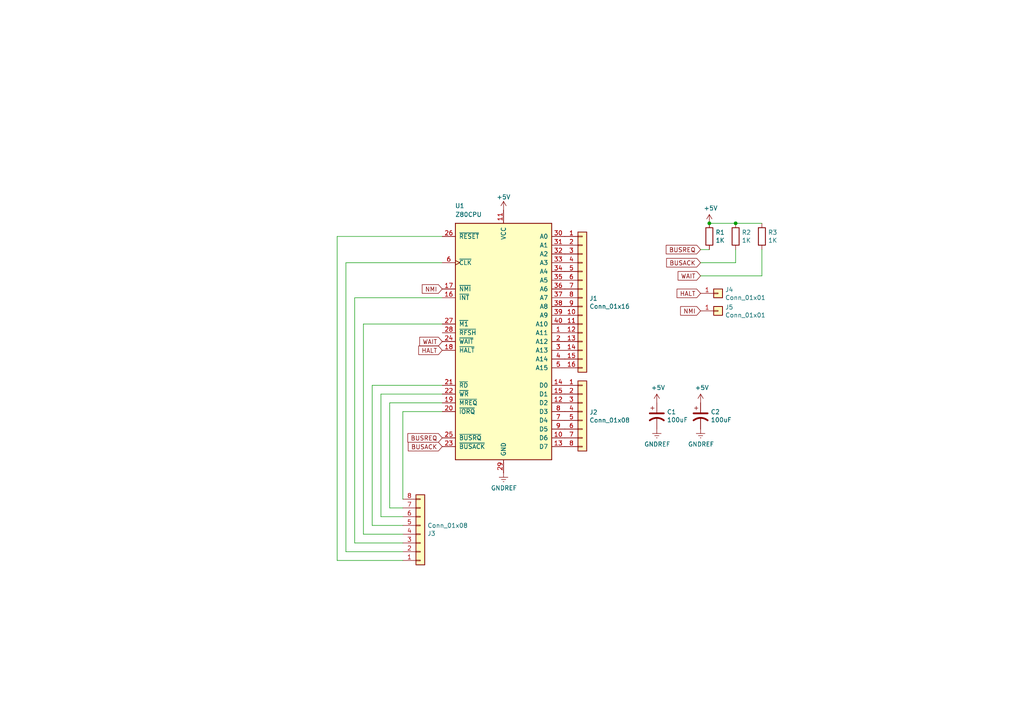
<source format=kicad_sch>
(kicad_sch (version 20230121) (generator eeschema)
  (paper "A4")
  (lib_symbols
    (symbol "CPU Module-rescue:CP1-Device" (pin_numbers hide) (pin_names (offset 0.254) hide)
      (property "Reference" "C" (at 0.635 2.54 0))
      (property "Value" "Device_CP1" (at 0.635 -2.54 0))
      (symbol "CP1-Device_0_1"
        (polyline (pts (xy -2.032 0.762) (xy 2.032 0.762)) (stroke (width 0.508)))
        (polyline (pts (xy -1.778 2.286) (xy -0.762 2.286)))
        (polyline (pts (xy -1.27 1.778) (xy -1.27 2.794)))
        (arc (start 2.032 -1.27) (mid 0 -0.5572) (end -2.032 -1.27) (stroke (width 0.508)))
      )
      (symbol "CP1-Device_1_1"
        (pin passive line (at 0 3.81 270) (length 2.794) (name "~") (number "1"))
        (pin passive line (at 0 -3.81 90) (length 3.302) (name "~") (number "2"))
      )
    )
    (symbol "CPU:Z80CPU" (pin_names (offset 1.016))
      (property "Reference" "U" (at -13.97 35.56 0))
      (property "Value" "Z80CPU" (at 6.35 35.56 0))
      (symbol "Z80CPU_0_1"
        (rectangle (start -13.97 34.29) (end 13.97 -34.29) (stroke (width 0.254)) (fill (type background)))
      )
      (symbol "Z80CPU_1_1"
        (pin output line (at 17.78 2.54 180) (length 3.81) (name "A11") (number "1"))
        (pin bidirectional line (at 17.78 -27.94 180) (length 3.81) (name "D6") (number "10"))
        (pin power_in line (at 0 38.1 270) (length 3.81) (name "VCC") (number "11"))
        (pin bidirectional line (at 17.78 -17.78 180) (length 3.81) (name "D2") (number "12"))
        (pin bidirectional line (at 17.78 -30.48 180) (length 3.81) (name "D7") (number "13"))
        (pin bidirectional line (at 17.78 -12.7 180) (length 3.81) (name "D0") (number "14"))
        (pin bidirectional line (at 17.78 -15.24 180) (length 3.81) (name "D1") (number "15"))
        (pin input line (at -17.78 12.7 0) (length 3.81) (name "~{INT}") (number "16"))
        (pin input line (at -17.78 15.24 0) (length 3.81) (name "~{NMI}") (number "17"))
        (pin output line (at -17.78 -2.54 0) (length 3.81) (name "~{HALT}") (number "18"))
        (pin output line (at -17.78 -17.78 0) (length 3.81) (name "~{MREQ}") (number "19"))
        (pin output line (at 17.78 0 180) (length 3.81) (name "A12") (number "2"))
        (pin output line (at -17.78 -20.32 0) (length 3.81) (name "~{IORQ}") (number "20"))
        (pin output line (at -17.78 -12.7 0) (length 3.81) (name "~{RD}") (number "21"))
        (pin output line (at -17.78 -15.24 0) (length 3.81) (name "~{WR}") (number "22"))
        (pin output line (at -17.78 -30.48 0) (length 3.81) (name "~{BUSACK}") (number "23"))
        (pin input line (at -17.78 0 0) (length 3.81) (name "~{WAIT}") (number "24"))
        (pin input line (at -17.78 -27.94 0) (length 3.81) (name "~{BUSRQ}") (number "25"))
        (pin input line (at -17.78 30.48 0) (length 3.81) (name "~{RESET}") (number "26"))
        (pin output line (at -17.78 5.08 0) (length 3.81) (name "~{M1}") (number "27"))
        (pin output line (at -17.78 2.54 0) (length 3.81) (name "~{RFSH}") (number "28"))
        (pin power_in line (at 0 -38.1 90) (length 3.81) (name "GND") (number "29"))
        (pin output line (at 17.78 -2.54 180) (length 3.81) (name "A13") (number "3"))
        (pin output line (at 17.78 30.48 180) (length 3.81) (name "A0") (number "30"))
        (pin output line (at 17.78 27.94 180) (length 3.81) (name "A1") (number "31"))
        (pin output line (at 17.78 25.4 180) (length 3.81) (name "A2") (number "32"))
        (pin output line (at 17.78 22.86 180) (length 3.81) (name "A3") (number "33"))
        (pin output line (at 17.78 20.32 180) (length 3.81) (name "A4") (number "34"))
        (pin output line (at 17.78 17.78 180) (length 3.81) (name "A5") (number "35"))
        (pin output line (at 17.78 15.24 180) (length 3.81) (name "A6") (number "36"))
        (pin output line (at 17.78 12.7 180) (length 3.81) (name "A7") (number "37"))
        (pin output line (at 17.78 10.16 180) (length 3.81) (name "A8") (number "38"))
        (pin output line (at 17.78 7.62 180) (length 3.81) (name "A9") (number "39"))
        (pin output line (at 17.78 -5.08 180) (length 3.81) (name "A14") (number "4"))
        (pin output line (at 17.78 5.08 180) (length 3.81) (name "A10") (number "40"))
        (pin output line (at 17.78 -7.62 180) (length 3.81) (name "A15") (number "5"))
        (pin input clock (at -17.78 22.86 0) (length 3.81) (name "~{CLK}") (number "6"))
        (pin bidirectional line (at 17.78 -22.86 180) (length 3.81) (name "D4") (number "7"))
        (pin bidirectional line (at 17.78 -20.32 180) (length 3.81) (name "D3") (number "8"))
        (pin bidirectional line (at 17.78 -25.4 180) (length 3.81) (name "D5") (number "9"))
      )
    )
    (symbol "Connector_Generic:Conn_01x01" (pin_names (offset 1.016) hide)
      (property "Reference" "J" (at 0 2.54 0))
      (property "Value" "Conn_01x01" (at 0 -2.54 0))
      (symbol "Conn_01x01_1_1"
        (rectangle (start -1.27 0.127) (end 0 -0.127) (stroke (width 0.1524)))
        (rectangle (start -1.27 1.27) (end 1.27 -1.27) (stroke (width 0.254)) (fill (type background)))
        (pin passive line (at -5.08 0 0) (length 3.81) (name "Pin_1") (number "1"))
      )
    )
    (symbol "Connector_Generic:Conn_01x08" (pin_names (offset 1.016) hide)
      (property "Reference" "J" (at 0 10.16 0))
      (property "Value" "Conn_01x08" (at 0 -12.7 0))
      (symbol "Conn_01x08_1_1"
        (rectangle (start -1.27 -10.033) (end 0 -10.287) (stroke (width 0.1524)))
        (rectangle (start -1.27 -7.493) (end 0 -7.747) (stroke (width 0.1524)))
        (rectangle (start -1.27 -4.953) (end 0 -5.207) (stroke (width 0.1524)))
        (rectangle (start -1.27 -2.413) (end 0 -2.667) (stroke (width 0.1524)))
        (rectangle (start -1.27 0.127) (end 0 -0.127) (stroke (width 0.1524)))
        (rectangle (start -1.27 2.667) (end 0 2.413) (stroke (width 0.1524)))
        (rectangle (start -1.27 5.207) (end 0 4.953) (stroke (width 0.1524)))
        (rectangle (start -1.27 7.747) (end 0 7.493) (stroke (width 0.1524)))
        (rectangle (start -1.27 8.89) (end 1.27 -11.43) (stroke (width 0.254)) (fill (type background)))
        (pin passive line (at -5.08 7.62 0) (length 3.81) (name "Pin_1") (number "1"))
        (pin passive line (at -5.08 5.08 0) (length 3.81) (name "Pin_2") (number "2"))
        (pin passive line (at -5.08 2.54 0) (length 3.81) (name "Pin_3") (number "3"))
        (pin passive line (at -5.08 0 0) (length 3.81) (name "Pin_4") (number "4"))
        (pin passive line (at -5.08 -2.54 0) (length 3.81) (name "Pin_5") (number "5"))
        (pin passive line (at -5.08 -5.08 0) (length 3.81) (name "Pin_6") (number "6"))
        (pin passive line (at -5.08 -7.62 0) (length 3.81) (name "Pin_7") (number "7"))
        (pin passive line (at -5.08 -10.16 0) (length 3.81) (name "Pin_8") (number "8"))
      )
    )
    (symbol "Connector_Generic:Conn_01x16" (pin_names (offset 1.016) hide)
      (property "Reference" "J" (at 0 20.32 0))
      (property "Value" "Conn_01x16" (at 0 -22.86 0))
      (symbol "Conn_01x16_1_1"
        (rectangle (start -1.27 -20.193) (end 0 -20.447) (stroke (width 0.1524)))
        (rectangle (start -1.27 -17.653) (end 0 -17.907) (stroke (width 0.1524)))
        (rectangle (start -1.27 -15.113) (end 0 -15.367) (stroke (width 0.1524)))
        (rectangle (start -1.27 -12.573) (end 0 -12.827) (stroke (width 0.1524)))
        (rectangle (start -1.27 -10.033) (end 0 -10.287) (stroke (width 0.1524)))
        (rectangle (start -1.27 -7.493) (end 0 -7.747) (stroke (width 0.1524)))
        (rectangle (start -1.27 -4.953) (end 0 -5.207) (stroke (width 0.1524)))
        (rectangle (start -1.27 -2.413) (end 0 -2.667) (stroke (width 0.1524)))
        (rectangle (start -1.27 0.127) (end 0 -0.127) (stroke (width 0.1524)))
        (rectangle (start -1.27 2.667) (end 0 2.413) (stroke (width 0.1524)))
        (rectangle (start -1.27 5.207) (end 0 4.953) (stroke (width 0.1524)))
        (rectangle (start -1.27 7.747) (end 0 7.493) (stroke (width 0.1524)))
        (rectangle (start -1.27 10.287) (end 0 10.033) (stroke (width 0.1524)))
        (rectangle (start -1.27 12.827) (end 0 12.573) (stroke (width 0.1524)))
        (rectangle (start -1.27 15.367) (end 0 15.113) (stroke (width 0.1524)))
        (rectangle (start -1.27 17.907) (end 0 17.653) (stroke (width 0.1524)))
        (rectangle (start -1.27 19.05) (end 1.27 -21.59) (stroke (width 0.254)) (fill (type background)))
        (pin passive line (at -5.08 17.78 0) (length 3.81) (name "Pin_1") (number "1"))
        (pin passive line (at -5.08 -5.08 0) (length 3.81) (name "Pin_10") (number "10"))
        (pin passive line (at -5.08 -7.62 0) (length 3.81) (name "Pin_11") (number "11"))
        (pin passive line (at -5.08 -10.16 0) (length 3.81) (name "Pin_12") (number "12"))
        (pin passive line (at -5.08 -12.7 0) (length 3.81) (name "Pin_13") (number "13"))
        (pin passive line (at -5.08 -15.24 0) (length 3.81) (name "Pin_14") (number "14"))
        (pin passive line (at -5.08 -17.78 0) (length 3.81) (name "Pin_15") (number "15"))
        (pin passive line (at -5.08 -20.32 0) (length 3.81) (name "Pin_16") (number "16"))
        (pin passive line (at -5.08 15.24 0) (length 3.81) (name "Pin_2") (number "2"))
        (pin passive line (at -5.08 12.7 0) (length 3.81) (name "Pin_3") (number "3"))
        (pin passive line (at -5.08 10.16 0) (length 3.81) (name "Pin_4") (number "4"))
        (pin passive line (at -5.08 7.62 0) (length 3.81) (name "Pin_5") (number "5"))
        (pin passive line (at -5.08 5.08 0) (length 3.81) (name "Pin_6") (number "6"))
        (pin passive line (at -5.08 2.54 0) (length 3.81) (name "Pin_7") (number "7"))
        (pin passive line (at -5.08 0 0) (length 3.81) (name "Pin_8") (number "8"))
        (pin passive line (at -5.08 -2.54 0) (length 3.81) (name "Pin_9") (number "9"))
      )
    )
    (symbol "Device:R" (pin_numbers hide) (pin_names (offset 0))
      (property "Reference" "R" (at 2.032 0 90))
      (property "Value" "R" (at 0 0 90))
      (symbol "R_0_1"
        (rectangle (start -1.016 -2.54) (end 1.016 2.54) (stroke (width 0.254)))
      )
      (symbol "R_1_1"
        (pin passive line (at 0 3.81 270) (length 1.27) (name "~") (number "1"))
        (pin passive line (at 0 -3.81 90) (length 1.27) (name "~") (number "2"))
      )
    )
    (symbol "power:+5V" (power) (pin_names (offset 0))
      (property "Value" "+5V" (at 0 3.556 0))
      (symbol "+5V_0_1"
        (polyline (pts (xy -0.762 1.27) (xy 0 2.54)))
        (polyline (pts (xy 0 0) (xy 0 2.54)))
        (polyline (pts (xy 0 2.54) (xy 0.762 1.27)))
      )
      (symbol "+5V_1_1"
        (pin power_in line (at 0 0 90) (length 0) hide (name "+5V") (number "1"))
      )
    )
    (symbol "power:GNDREF" (power) (pin_names (offset 0))
      (property "Value" "GNDREF" (at 0 -3.81 0))
      (symbol "GNDREF_0_1"
        (polyline (pts (xy -0.635 -1.905) (xy 0.635 -1.905)))
        (polyline (pts (xy -0.127 -2.54) (xy 0.127 -2.54)))
        (polyline (pts (xy 0 -1.27) (xy 0 0)))
        (polyline (pts (xy 1.27 -1.27) (xy -1.27 -1.27)))
      )
      (symbol "GNDREF_1_1"
        (pin power_in line (at 0 0 270) (length 0) hide (name "GNDREF") (number "1"))
      )
    )
  )
  (junction (at 205.74 64.77))
  (junction (at 213.36 64.77))
  (wire (pts (xy 105.41 93.98) (xy 105.41 154.94)))
  (wire (pts (xy 116.84 160.02) (xy 100.33 160.02)))
  (wire (pts (xy 203.2 80.01) (xy 220.98 80.01)))
  (wire (pts (xy 116.84 119.38) (xy 116.84 144.78)))
  (wire (pts (xy 205.74 64.77) (xy 213.36 64.77)))
  (wire (pts (xy 113.03 147.32) (xy 116.84 147.32)))
  (wire (pts (xy 203.2 72.39) (xy 205.74 72.39)))
  (wire (pts (xy 128.27 111.76) (xy 107.95 111.76)))
  (wire (pts (xy 107.95 152.4) (xy 116.84 152.4)))
  (wire (pts (xy 113.03 116.84) (xy 113.03 147.32)))
  (wire (pts (xy 97.79 162.56) (xy 116.84 162.56)))
  (wire (pts (xy 220.98 72.39) (xy 220.98 80.01)))
  (wire (pts (xy 128.27 114.3) (xy 110.49 114.3)))
  (wire (pts (xy 110.49 114.3) (xy 110.49 149.86)))
  (wire (pts (xy 100.33 76.2) (xy 100.33 160.02)))
  (wire (pts (xy 116.84 149.86) (xy 110.49 149.86)))
  (wire (pts (xy 107.95 111.76) (xy 107.95 152.4)))
  (wire (pts (xy 102.87 86.36) (xy 102.87 157.48)))
  (wire (pts (xy 128.27 93.98) (xy 105.41 93.98)))
  (wire (pts (xy 128.27 76.2) (xy 100.33 76.2)))
  (wire (pts (xy 128.27 119.38) (xy 116.84 119.38)))
  (wire (pts (xy 102.87 157.48) (xy 116.84 157.48)))
  (wire (pts (xy 128.27 68.58) (xy 97.79 68.58)))
  (wire (pts (xy 128.27 86.36) (xy 102.87 86.36)))
  (wire (pts (xy 97.79 68.58) (xy 97.79 162.56)))
  (wire (pts (xy 203.2 76.2) (xy 213.36 76.2)))
  (wire (pts (xy 128.27 116.84) (xy 113.03 116.84)))
  (wire (pts (xy 213.36 64.77) (xy 220.98 64.77)))
  (wire (pts (xy 116.84 154.94) (xy 105.41 154.94)))
  (wire (pts (xy 213.36 72.39) (xy 213.36 76.2)))
  (global_label "NMI" (shape input) (at 203.2 90.17 180) (property "Intersheetrefs" "${INTERSHEET_REFS}" (effects hide)))
  (global_label "HALT" (shape input) (at 128.27 101.6 180) (property "Intersheetrefs" "${INTERSHEET_REFS}" (effects hide)))
  (global_label "BUSACK" (shape input) (at 128.27 129.54 180) (property "Intersheetrefs" "${INTERSHEET_REFS}" (effects hide)))
  (global_label "BUSACK" (shape input) (at 203.2 76.2 180) (property "Intersheetrefs" "${INTERSHEET_REFS}" (effects hide)))
  (global_label "WAIT" (shape input) (at 128.27 99.06 180) (property "Intersheetrefs" "${INTERSHEET_REFS}" (effects hide)))
  (global_label "WAIT" (shape input) (at 203.2 80.01 180) (property "Intersheetrefs" "${INTERSHEET_REFS}" (effects hide)))
  (global_label "HALT" (shape input) (at 203.2 85.09 180) (property "Intersheetrefs" "${INTERSHEET_REFS}" (effects hide)))
  (global_label "NMI" (shape input) (at 128.27 83.82 180) (property "Intersheetrefs" "${INTERSHEET_REFS}" (effects hide)))
  (global_label "BUSREQ" (shape input) (at 128.27 127 180) (property "Intersheetrefs" "${INTERSHEET_REFS}" (effects hide)))
  (global_label "BUSREQ" (shape input) (at 203.2 72.39 180) (property "Intersheetrefs" "${INTERSHEET_REFS}" (effects hide)))
  (symbol (lib_id "CPU:Z80CPU") (at 146.05 99.06 0) (unit 1)
    (property "Reference" "U1" (at 133.35 59.69 0))
    (property "Value" "Z80CPU" (at 135.89 62.23 0))
    (property "Datasheet" "www.zilog.com/manage_directlink.php?filepath=docs/z80/um0080" (effects hide))
  )
  (symbol (lib_id "Connector_Generic:Conn_01x16") (at 168.91 86.36 0) (unit 1)
    (property "Reference" "J1" (at 170.942 86.5632 0) (effects (justify left)))
    (property "Value" "Conn_01x16" (at 170.942 88.8746 0) (effects (justify left)))
  )
  (symbol (lib_id "Connector_Generic:Conn_01x08") (at 168.91 119.38 0) (unit 1)
    (property "Reference" "J2" (at 170.942 119.5832 0) (effects (justify left)))
    (property "Value" "Conn_01x08" (at 170.942 121.8946 0) (effects (justify left)))
  )
  (symbol (lib_id "Connector_Generic:Conn_01x08") (at 121.92 154.94 0) (mirror x) (unit 1)
    (property "Reference" "J3" (at 123.952 154.7368 0) (effects (justify left)))
    (property "Value" "Conn_01x08" (at 123.952 152.4254 0) (effects (justify left)))
  )
  (symbol (lib_id "power:GNDREF") (at 146.05 137.16 0) (unit 1)
    (property "Reference" "#PWR?" (effects hide))
    (property "Value" "GNDREF" (at 146.177 141.5542 0))
  )
  (symbol (lib_id "Connector_Generic:Conn_01x01") (at 208.28 85.09 0) (unit 1)
    (property "Reference" "J4" (at 210.312 84.0232 0) (effects (justify left)))
    (property "Value" "Conn_01x01" (at 210.312 86.3346 0) (effects (justify left)))
  )
  (symbol (lib_id "power:GNDREF") (at 190.5 124.46 0) (unit 1)
    (property "Reference" "#PWR?" (effects hide))
    (property "Value" "GNDREF" (at 190.627 128.8542 0))
  )
  (symbol (lib_id "CPU Module-rescue:CP1-Device") (at 190.5 120.65 0) (unit 1)
    (property "Reference" "C1" (at 193.421 119.4816 0) (effects (justify left)))
    (property "Value" "100uF" (at 193.421 121.793 0) (effects (justify left)))
  )
  (symbol (lib_id "power:+5V") (at 190.5 116.84 0) (unit 1)
    (property "Reference" "#PWR?" (effects hide))
    (property "Value" "+5V" (at 190.881 112.4458 0))
  )
  (symbol (lib_id "power:GNDREF") (at 203.2 124.46 0) (unit 1)
    (property "Reference" "#PWR?" (effects hide))
    (property "Value" "GNDREF" (at 203.327 128.8542 0))
  )
  (symbol (lib_id "CPU Module-rescue:CP1-Device") (at 203.2 120.65 0) (unit 1)
    (property "Reference" "C2" (at 206.121 119.4816 0) (effects (justify left)))
    (property "Value" "100uF" (at 206.121 121.793 0) (effects (justify left)))
  )
  (symbol (lib_id "power:+5V") (at 203.2 116.84 0) (unit 1)
    (property "Reference" "#PWR?" (effects hide))
    (property "Value" "+5V" (at 203.581 112.4458 0))
  )
  (symbol (lib_id "power:+5V") (at 146.05 60.96 0) (unit 1)
    (property "Reference" "#PWR?" (effects hide))
    (property "Value" "+5V" (at 146.05 57.15 0))
  )
  (symbol (lib_id "power:+5V") (at 205.74 64.77 0) (unit 1)
    (property "Reference" "#PWR?" (effects hide))
    (property "Value" "+5V" (at 206.121 60.3758 0))
  )
  (symbol (lib_id "Device:R") (at 205.74 68.58 0) (unit 1)
    (property "Reference" "R1" (at 207.518 67.4116 0) (effects (justify left)))
    (property "Value" "1K" (at 207.518 69.723 0) (effects (justify left)))
  )
  (symbol (lib_id "Device:R") (at 213.36 68.58 0) (unit 1)
    (property "Reference" "R2" (at 215.138 67.4116 0) (effects (justify left)))
    (property "Value" "1K" (at 215.138 69.723 0) (effects (justify left)))
  )
  (symbol (lib_id "Device:R") (at 220.98 68.58 0) (unit 1)
    (property "Reference" "R3" (at 222.758 67.4116 0) (effects (justify left)))
    (property "Value" "1K" (at 222.758 69.723 0) (effects (justify left)))
  )
  (symbol (lib_id "Connector_Generic:Conn_01x01") (at 208.28 90.17 0) (unit 1)
    (property "Reference" "J5" (at 210.312 89.1032 0) (effects (justify left)))
    (property "Value" "Conn_01x01" (at 210.312 91.4146 0) (effects (justify left)))
  )
)
</source>
